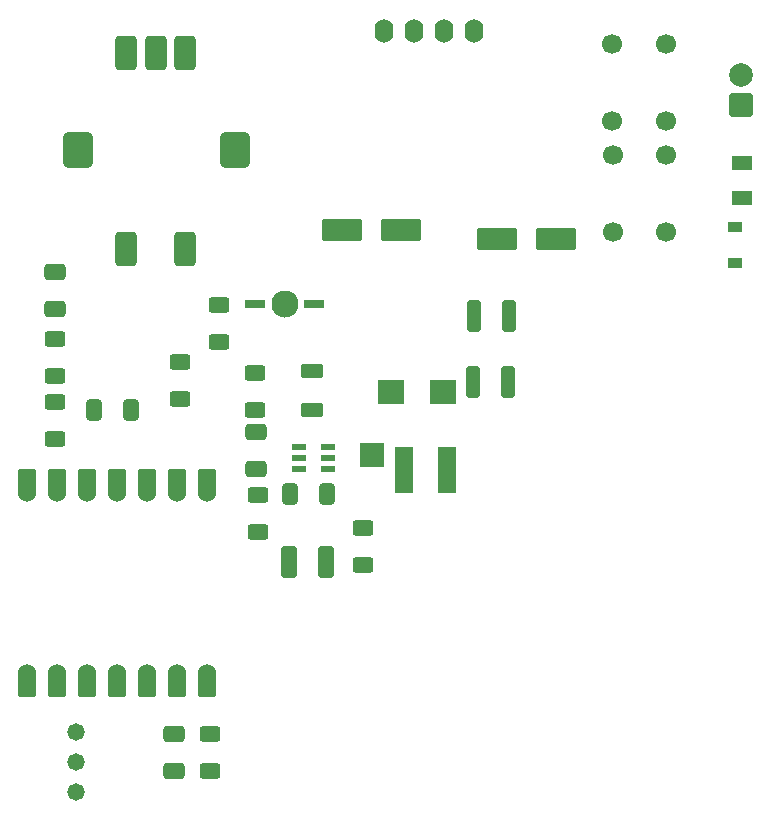
<source format=gbr>
%TF.GenerationSoftware,KiCad,Pcbnew,9.0.6*%
%TF.CreationDate,2026-01-26T19:42:09+01:00*%
%TF.ProjectId,hw,68772e6b-6963-4616-945f-706362585858,rev?*%
%TF.SameCoordinates,Original*%
%TF.FileFunction,Soldermask,Top*%
%TF.FilePolarity,Negative*%
%FSLAX46Y46*%
G04 Gerber Fmt 4.6, Leading zero omitted, Abs format (unit mm)*
G04 Created by KiCad (PCBNEW 9.0.6) date 2026-01-26 19:42:09*
%MOMM*%
%LPD*%
G01*
G04 APERTURE LIST*
G04 Aperture macros list*
%AMRoundRect*
0 Rectangle with rounded corners*
0 $1 Rounding radius*
0 $2 $3 $4 $5 $6 $7 $8 $9 X,Y pos of 4 corners*
0 Add a 4 corners polygon primitive as box body*
4,1,4,$2,$3,$4,$5,$6,$7,$8,$9,$2,$3,0*
0 Add four circle primitives for the rounded corners*
1,1,$1+$1,$2,$3*
1,1,$1+$1,$4,$5*
1,1,$1+$1,$6,$7*
1,1,$1+$1,$8,$9*
0 Add four rect primitives between the rounded corners*
20,1,$1+$1,$2,$3,$4,$5,0*
20,1,$1+$1,$4,$5,$6,$7,0*
20,1,$1+$1,$6,$7,$8,$9,0*
20,1,$1+$1,$8,$9,$2,$3,0*%
G04 Aperture macros list end*
%ADD10O,1.600000X2.000000*%
%ADD11RoundRect,0.152400X-0.609600X1.063600X-0.609600X-1.063600X0.609600X-1.063600X0.609600X1.063600X0*%
%ADD12C,1.524000*%
%ADD13RoundRect,0.152400X0.609600X-1.063600X0.609600X1.063600X-0.609600X1.063600X-0.609600X-1.063600X0*%
%ADD14RoundRect,0.102000X-1.600000X-0.800000X1.600000X-0.800000X1.600000X0.800000X-1.600000X0.800000X0*%
%ADD15R,1.200000X0.600000*%
%ADD16RoundRect,0.250000X-0.625000X0.400000X-0.625000X-0.400000X0.625000X-0.400000X0.625000X0.400000X0*%
%ADD17RoundRect,0.250000X0.650000X-0.412500X0.650000X0.412500X-0.650000X0.412500X-0.650000X-0.412500X0*%
%ADD18RoundRect,0.250000X0.412500X0.650000X-0.412500X0.650000X-0.412500X-0.650000X0.412500X-0.650000X0*%
%ADD19RoundRect,0.250000X0.412500X1.100000X-0.412500X1.100000X-0.412500X-1.100000X0.412500X-1.100000X0*%
%ADD20RoundRect,0.250000X0.625000X-0.400000X0.625000X0.400000X-0.625000X0.400000X-0.625000X-0.400000X0*%
%ADD21C,1.700000*%
%ADD22R,1.500000X4.000000*%
%ADD23RoundRect,0.250000X0.750000X-0.750000X0.750000X0.750000X-0.750000X0.750000X-0.750000X-0.750000X0*%
%ADD24C,2.000000*%
%ADD25RoundRect,0.250000X0.700000X-0.362500X0.700000X0.362500X-0.700000X0.362500X-0.700000X-0.362500X0*%
%ADD26C,1.473200*%
%ADD27RoundRect,0.250000X-0.325000X-1.100000X0.325000X-1.100000X0.325000X1.100000X-0.325000X1.100000X0*%
%ADD28R,1.200000X0.850000*%
%ADD29RoundRect,0.102000X1.600000X0.800000X-1.600000X0.800000X-1.600000X-0.800000X1.600000X-0.800000X0*%
%ADD30R,2.000000X2.000000*%
%ADD31C,2.300000*%
%ADD32R,1.700000X0.750000*%
%ADD33RoundRect,0.270000X-0.630000X-1.180000X0.630000X-1.180000X0.630000X1.180000X-0.630000X1.180000X0*%
%ADD34RoundRect,0.375000X-0.875000X-1.125000X0.875000X-1.125000X0.875000X1.125000X-0.875000X1.125000X0*%
%ADD35R,2.200000X2.150000*%
%ADD36R,1.820000X1.160000*%
G04 APERTURE END LIST*
D10*
%TO.C,OLED1*%
X150926000Y-57068000D03*
X153466000Y-57068000D03*
X156006000Y-57068000D03*
X158546000Y-57068000D03*
%TD*%
D11*
%TO.C,U1*%
X120700000Y-112259000D03*
D12*
X120700000Y-111424000D03*
D11*
X123240000Y-112259000D03*
D12*
X123240000Y-111424000D03*
D11*
X125780000Y-112259000D03*
D12*
X125780000Y-111424000D03*
D11*
X128320000Y-112259000D03*
D12*
X128320000Y-111424000D03*
D11*
X130860000Y-112259000D03*
D12*
X130860000Y-111424000D03*
D11*
X133400000Y-112259000D03*
D12*
X133400000Y-111424000D03*
D11*
X135940000Y-112259000D03*
D12*
X135940000Y-111424000D03*
X135940000Y-96184000D03*
D13*
X135940000Y-95349000D03*
D12*
X133400000Y-96184000D03*
D13*
X133400000Y-95349000D03*
D12*
X130860000Y-96184000D03*
D13*
X130860000Y-95349000D03*
D12*
X128320000Y-96184000D03*
D13*
X128320000Y-95349000D03*
D12*
X125780000Y-96184000D03*
D13*
X125780000Y-95349000D03*
D12*
X123240000Y-96184000D03*
D13*
X123240000Y-95349000D03*
D12*
X120700000Y-96184000D03*
D13*
X120700000Y-95349000D03*
%TD*%
D14*
%TO.C,C5*%
X160441000Y-74676000D03*
X165441000Y-74676000D03*
%TD*%
D15*
%TO.C,PS1*%
X146157000Y-92268000D03*
X146157000Y-93218000D03*
X146157000Y-94168000D03*
X143657000Y-94168000D03*
X143657000Y-93218000D03*
X143657000Y-92268000D03*
%TD*%
D16*
%TO.C,R4*%
X133604000Y-85064000D03*
X133604000Y-88164000D03*
%TD*%
D17*
%TO.C,C3*%
X133096000Y-119672500D03*
X133096000Y-116547500D03*
%TD*%
D18*
%TO.C,C2*%
X129451500Y-89154000D03*
X126326500Y-89154000D03*
%TD*%
D19*
%TO.C,Cin1*%
X145961500Y-101981000D03*
X142836500Y-101981000D03*
%TD*%
D20*
%TO.C,R3*%
X123063000Y-86259000D03*
X123063000Y-83159000D03*
%TD*%
D17*
%TO.C,C1*%
X123063000Y-80556500D03*
X123063000Y-77431500D03*
%TD*%
D20*
%TO.C,R5*%
X140004000Y-89098000D03*
X140004000Y-85998000D03*
%TD*%
D21*
%TO.C,SW3*%
X170230000Y-64688000D03*
X170230000Y-58188000D03*
X174730000Y-64688000D03*
X174730000Y-58188000D03*
%TD*%
D22*
%TO.C,L1*%
X156222000Y-94234000D03*
X152622000Y-94234000D03*
%TD*%
D23*
%TO.C,J1*%
X181123500Y-63296000D03*
D24*
X181123500Y-60756001D03*
%TD*%
D25*
%TO.C,L2*%
X144780000Y-89165500D03*
X144780000Y-85840500D03*
%TD*%
D16*
%TO.C,Rfbt1*%
X149098000Y-99161000D03*
X149098000Y-102261000D03*
%TD*%
D20*
%TO.C,R6*%
X136144000Y-119660000D03*
X136144000Y-116560000D03*
%TD*%
D26*
%TO.C,U3*%
X124789400Y-121457000D03*
X124789400Y-118917000D03*
X124789400Y-116377000D03*
%TD*%
D27*
%TO.C,COut1*%
X158418000Y-86741000D03*
X161368000Y-86741000D03*
%TD*%
D28*
%TO.C,D1*%
X180594000Y-76709000D03*
X180594000Y-73659000D03*
%TD*%
D29*
%TO.C,C4*%
X152360000Y-73914000D03*
X147360000Y-73914000D03*
%TD*%
D21*
%TO.C,SW4*%
X170266000Y-74034000D03*
X170266000Y-67534000D03*
X174766000Y-74034000D03*
X174766000Y-67534000D03*
%TD*%
D30*
%TO.C,TP1*%
X149860000Y-92964000D03*
%TD*%
D31*
%TO.C,LED1*%
X142494000Y-80137000D03*
D32*
X144994000Y-80137000D03*
X139994000Y-80137000D03*
%TD*%
D33*
%TO.C,ROT1*%
X134072000Y-58928000D03*
X129072000Y-58928000D03*
X131572000Y-58928000D03*
X129072000Y-75528000D03*
X134072000Y-75528000D03*
D34*
X124972000Y-67133400D03*
X138272000Y-67133400D03*
%TD*%
D17*
%TO.C,CBoot1*%
X140081000Y-94145500D03*
X140081000Y-91020500D03*
%TD*%
D35*
%TO.C,D2*%
X151470000Y-87630000D03*
X155870000Y-87630000D03*
%TD*%
D36*
%TO.C,F1*%
X181229000Y-71198000D03*
X181229000Y-68248000D03*
%TD*%
D27*
%TO.C,COut2*%
X158545000Y-81153000D03*
X161495000Y-81153000D03*
%TD*%
D20*
%TO.C,R2*%
X123063000Y-91593000D03*
X123063000Y-88493000D03*
%TD*%
%TO.C,R1*%
X136906000Y-83338000D03*
X136906000Y-80238000D03*
%TD*%
D18*
%TO.C,Cinx1*%
X146088500Y-96266000D03*
X142963500Y-96266000D03*
%TD*%
D20*
%TO.C,Rfbb1*%
X140208000Y-99467000D03*
X140208000Y-96367000D03*
%TD*%
M02*

</source>
